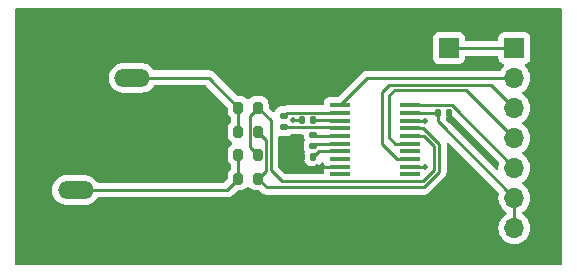
<source format=gbr>
%TF.GenerationSoftware,KiCad,Pcbnew,7.0.7*%
%TF.CreationDate,2023-09-21T17:56:24-04:00*%
%TF.ProjectId,Little_Master_Board,4c697474-6c65-45f4-9d61-737465725f42,rev?*%
%TF.SameCoordinates,Original*%
%TF.FileFunction,Copper,L1,Top*%
%TF.FilePolarity,Positive*%
%FSLAX46Y46*%
G04 Gerber Fmt 4.6, Leading zero omitted, Abs format (unit mm)*
G04 Created by KiCad (PCBNEW 7.0.7) date 2023-09-21 17:56:24*
%MOMM*%
%LPD*%
G01*
G04 APERTURE LIST*
G04 Aperture macros list*
%AMRoundRect*
0 Rectangle with rounded corners*
0 $1 Rounding radius*
0 $2 $3 $4 $5 $6 $7 $8 $9 X,Y pos of 4 corners*
0 Add a 4 corners polygon primitive as box body*
4,1,4,$2,$3,$4,$5,$6,$7,$8,$9,$2,$3,0*
0 Add four circle primitives for the rounded corners*
1,1,$1+$1,$2,$3*
1,1,$1+$1,$4,$5*
1,1,$1+$1,$6,$7*
1,1,$1+$1,$8,$9*
0 Add four rect primitives between the rounded corners*
20,1,$1+$1,$2,$3,$4,$5,0*
20,1,$1+$1,$4,$5,$6,$7,0*
20,1,$1+$1,$6,$7,$8,$9,0*
20,1,$1+$1,$8,$9,$2,$3,0*%
G04 Aperture macros list end*
%TA.AperFunction,SMDPad,CuDef*%
%ADD10RoundRect,0.140000X-0.170000X0.140000X-0.170000X-0.140000X0.170000X-0.140000X0.170000X0.140000X0*%
%TD*%
%TA.AperFunction,SMDPad,CuDef*%
%ADD11R,1.780000X0.420000*%
%TD*%
%TA.AperFunction,ComponentPad*%
%ADD12R,1.700000X1.700000*%
%TD*%
%TA.AperFunction,ComponentPad*%
%ADD13O,1.700000X1.700000*%
%TD*%
%TA.AperFunction,SMDPad,CuDef*%
%ADD14RoundRect,0.140000X0.140000X0.170000X-0.140000X0.170000X-0.140000X-0.170000X0.140000X-0.170000X0*%
%TD*%
%TA.AperFunction,SMDPad,CuDef*%
%ADD15RoundRect,0.140000X-0.140000X-0.170000X0.140000X-0.170000X0.140000X0.170000X-0.140000X0.170000X0*%
%TD*%
%TA.AperFunction,ComponentPad*%
%ADD16O,3.016000X1.508000*%
%TD*%
%TA.AperFunction,ComponentPad*%
%ADD17O,1.508000X3.016000*%
%TD*%
%TA.AperFunction,SMDPad,CuDef*%
%ADD18RoundRect,0.200000X0.200000X0.275000X-0.200000X0.275000X-0.200000X-0.275000X0.200000X-0.275000X0*%
%TD*%
%TA.AperFunction,ViaPad*%
%ADD19C,0.508000*%
%TD*%
%TA.AperFunction,Conductor*%
%ADD20C,0.254000*%
%TD*%
G04 APERTURE END LIST*
D10*
%TO.P,C1,1*%
%TO.N,Net-(U1-C1+)*%
X134466400Y-67310000D03*
%TO.P,C1,2*%
%TO.N,Net-(U1-C1-)*%
X134466400Y-68270000D03*
%TD*%
D11*
%TO.P,U1,1,~{EN}*%
%TO.N,/~{EN}*%
X139220900Y-66431400D03*
%TO.P,U1,2,C1+*%
%TO.N,Net-(U1-C1+)*%
X139220900Y-67081400D03*
%TO.P,U1,3,V+*%
%TO.N,Net-(U1-V+)*%
X139220900Y-67731400D03*
%TO.P,U1,4,C1-*%
%TO.N,Net-(U1-C1-)*%
X139220900Y-68381400D03*
%TO.P,U1,5,C2+*%
%TO.N,Net-(U1-C2+)*%
X139220900Y-69031400D03*
%TO.P,U1,6,C2-*%
%TO.N,Net-(U1-C2-)*%
X139220900Y-69681400D03*
%TO.P,U1,7,V-*%
%TO.N,Net-(U1-V-)*%
X139220900Y-70331400D03*
%TO.P,U1,8,T2OUT*%
%TO.N,unconnected-(U1-T2OUT-Pad8)*%
X139220900Y-70981400D03*
%TO.P,U1,9,R2IN*%
%TO.N,GND*%
X139220900Y-71631400D03*
%TO.P,U1,10,R2OUT*%
%TO.N,unconnected-(U1-R2OUT-Pad10)*%
X139220900Y-72281400D03*
%TO.P,U1,11,N.C._1*%
%TO.N,unconnected-(U1-N.C._1-Pad11)*%
X145160900Y-72281400D03*
%TO.P,U1,12,T2IN*%
%TO.N,GND*%
X145160900Y-71631400D03*
%TO.P,U1,13,T1IN*%
%TO.N,/T1IN*%
X145160900Y-70981400D03*
%TO.P,U1,14,N.C._2*%
%TO.N,unconnected-(U1-N.C._2-Pad14)*%
X145160900Y-70331400D03*
%TO.P,U1,15,R1OUT*%
%TO.N,/R1OUT*%
X145160900Y-69681400D03*
%TO.P,U1,16,R1IN*%
%TO.N,/R1IN*%
X145160900Y-69031400D03*
%TO.P,U1,17,T1OUT*%
%TO.N,/T1OUT*%
X145160900Y-68381400D03*
%TO.P,U1,18,GND*%
%TO.N,GND*%
X145160900Y-67731400D03*
%TO.P,U1,19,VCC*%
%TO.N,VCC*%
X145160900Y-67081400D03*
%TO.P,U1,20,~{SHDN}*%
%TO.N,/~{SHDN}*%
X145160900Y-66431400D03*
%TD*%
D12*
%TO.P,J1,1,Pin_1*%
%TO.N,Net-(J1-Pin_1)*%
X153974800Y-61595000D03*
D13*
%TO.P,J1,2,Pin_2*%
%TO.N,/~{EN}*%
X153974800Y-64135000D03*
%TO.P,J1,3,Pin_3*%
%TO.N,/T1IN*%
X153974800Y-66675000D03*
%TO.P,J1,4,Pin_4*%
%TO.N,/R1OUT*%
X153974800Y-69215000D03*
%TO.P,J1,5,Pin_5*%
%TO.N,/~{SHDN}*%
X153974800Y-71755000D03*
%TO.P,J1,6,Pin_6*%
%TO.N,VCC*%
X153974800Y-74295000D03*
%TO.P,J1,7,Pin_7*%
X153974800Y-76835000D03*
%TO.P,J1,8,Pin_8*%
%TO.N,GND*%
X156514800Y-76835000D03*
%TO.P,J1,9,Pin_9*%
X156514800Y-74295000D03*
%TO.P,J1,10,Pin_10*%
X156514800Y-71755000D03*
%TO.P,J1,11,Pin_11*%
X156514800Y-69215000D03*
%TO.P,J1,12,Pin_12*%
X156514800Y-66675000D03*
%TO.P,J1,13,Pin_13*%
X156514800Y-64135000D03*
%TO.P,J1,14,Pin_14*%
X156514800Y-61595000D03*
%TD*%
D14*
%TO.P,C3,1*%
%TO.N,Net-(U1-V+)*%
X136955600Y-67691000D03*
%TO.P,C3,2*%
%TO.N,GND*%
X135995600Y-67691000D03*
%TD*%
D10*
%TO.P,C2,1*%
%TO.N,Net-(U1-C2+)*%
X136955600Y-68912800D03*
%TO.P,C2,2*%
%TO.N,Net-(U1-C2-)*%
X136955600Y-69872800D03*
%TD*%
D15*
%TO.P,C4,1*%
%TO.N,GND*%
X135995600Y-70789800D03*
%TO.P,C4,2*%
%TO.N,Net-(U1-V-)*%
X136955600Y-70789800D03*
%TD*%
D16*
%TO.P,J3,3,Pin_3*%
%TO.N,Net-(J3-Pin_3)*%
X121634800Y-64113400D03*
%TO.P,J3,2,Pin_2*%
%TO.N,Net-(J3-Pin_2)*%
X116834800Y-73613400D03*
D17*
%TO.P,J3,1,Pin_1*%
%TO.N,GND*%
X113334800Y-69113400D03*
%TD*%
D15*
%TO.P,C5,1*%
%TO.N,VCC*%
X147475000Y-67081400D03*
%TO.P,C5,2*%
%TO.N,GND*%
X148435000Y-67081400D03*
%TD*%
D12*
%TO.P,J2,1,Pin_1*%
%TO.N,Net-(J1-Pin_1)*%
X148417200Y-61569600D03*
D13*
%TO.P,J2,2,Pin_2*%
%TO.N,GND*%
X145877200Y-61569600D03*
%TD*%
D18*
%TO.P,R1,1*%
%TO.N,/T1OUT*%
X132256800Y-72644000D03*
%TO.P,R1,2*%
%TO.N,Net-(J3-Pin_2)*%
X130606800Y-72644000D03*
%TD*%
%TO.P,R3,1*%
%TO.N,/T1OUT*%
X132256800Y-68656200D03*
%TO.P,R3,2*%
%TO.N,Net-(J3-Pin_3)*%
X130606800Y-68656200D03*
%TD*%
%TO.P,R4,1*%
%TO.N,/R1IN*%
X132256800Y-66624200D03*
%TO.P,R4,2*%
%TO.N,Net-(J3-Pin_3)*%
X130606800Y-66624200D03*
%TD*%
%TO.P,R2,2*%
%TO.N,Net-(J3-Pin_2)*%
X130606800Y-70612000D03*
%TO.P,R2,1*%
%TO.N,/R1IN*%
X132256800Y-70612000D03*
%TD*%
D19*
%TO.N,GND*%
X137285800Y-71653400D03*
X148463000Y-67665600D03*
X146431000Y-71631400D03*
X146431000Y-67731400D03*
X135431600Y-70789800D03*
X135253800Y-67691000D03*
%TD*%
D20*
%TO.N,GND*%
X139220900Y-71631400D02*
X137307800Y-71631400D01*
X137307800Y-71631400D02*
X137285800Y-71653400D01*
%TO.N,Net-(U1-C2-)*%
X139220900Y-69681400D02*
X137147000Y-69681400D01*
X137147000Y-69681400D02*
X136955600Y-69872800D01*
%TO.N,Net-(U1-V-)*%
X136955600Y-70789800D02*
X137414000Y-70331400D01*
X137414000Y-70331400D02*
X139220900Y-70331400D01*
%TO.N,/R1IN*%
X132256800Y-66624200D02*
X133342600Y-67710000D01*
X134271800Y-72880000D02*
X146221100Y-72880000D01*
X147167600Y-71933500D02*
X147167600Y-69894100D01*
X133342600Y-67710000D02*
X133342600Y-71950800D01*
X133342600Y-71950800D02*
X134271800Y-72880000D01*
X147167600Y-69894100D02*
X146304900Y-69031400D01*
X146221100Y-72880000D02*
X147167600Y-71933500D01*
X146304900Y-69031400D02*
X145160900Y-69031400D01*
%TO.N,GND*%
X139220900Y-71631400D02*
X138045600Y-71631400D01*
X148435000Y-67081400D02*
X148435000Y-67637600D01*
X148435000Y-67637600D02*
X148463000Y-67665600D01*
%TO.N,/T1OUT*%
X132256800Y-68656200D02*
X132936200Y-69335600D01*
X132936200Y-71964600D02*
X132256800Y-72644000D01*
X132936200Y-69335600D02*
X132936200Y-71964600D01*
%TO.N,/R1IN*%
X132256800Y-66624200D02*
X131577400Y-67303600D01*
X131577400Y-67303600D02*
X131577400Y-69932600D01*
X131577400Y-69932600D02*
X132256800Y-70612000D01*
%TO.N,/T1IN*%
X153974800Y-66675000D02*
X151993600Y-64693800D01*
X151993600Y-64693800D02*
X143383000Y-64693800D01*
X143383000Y-64693800D02*
X142748000Y-65328800D01*
X142748000Y-65328800D02*
X142748000Y-69712500D01*
X142748000Y-69712500D02*
X144016900Y-70981400D01*
X144016900Y-70981400D02*
X145160900Y-70981400D01*
%TO.N,/R1OUT*%
X153974800Y-69215000D02*
X149860000Y-65100200D01*
X149860000Y-65100200D02*
X143840200Y-65100200D01*
X143840200Y-65100200D02*
X143357600Y-65582800D01*
X143357600Y-65582800D02*
X143357600Y-69138800D01*
X143357600Y-69138800D02*
X143900200Y-69681400D01*
X143900200Y-69681400D02*
X145160900Y-69681400D01*
%TO.N,/~{SHDN}*%
X145160900Y-66431400D02*
X148688121Y-66431400D01*
X148688121Y-66431400D02*
X153974800Y-71718079D01*
X153974800Y-71718079D02*
X153974800Y-71755000D01*
%TO.N,/T1OUT*%
X146257800Y-68381400D02*
X147599400Y-69723000D01*
X145160900Y-68381400D02*
X146257800Y-68381400D01*
X147599400Y-69723000D02*
X147599400Y-72076436D01*
X147599400Y-72076436D02*
X146295236Y-73380600D01*
X146295236Y-73380600D02*
X132993400Y-73380600D01*
X132993400Y-73380600D02*
X132256800Y-72644000D01*
%TO.N,VCC*%
X153974800Y-74295000D02*
X153974800Y-76835000D01*
X153974800Y-74295000D02*
X147475000Y-67795200D01*
X147475000Y-67795200D02*
X147475000Y-67081400D01*
X147475000Y-67081400D02*
X145160900Y-67081400D01*
%TO.N,GND*%
X146431000Y-67731400D02*
X145160900Y-67731400D01*
X146431000Y-71631400D02*
X145160900Y-71631400D01*
X135995600Y-70789800D02*
X135431600Y-70789800D01*
%TO.N,Net-(U1-C2+)*%
X138483100Y-69031400D02*
X137074200Y-69031400D01*
X137074200Y-69031400D02*
X136955600Y-68912800D01*
%TO.N,Net-(U1-C1+)*%
X138483100Y-67081400D02*
X134695000Y-67081400D01*
X134695000Y-67081400D02*
X134466400Y-67310000D01*
%TO.N,Net-(U1-C1-)*%
X134466400Y-68270000D02*
X134476800Y-68280400D01*
X134476800Y-68280400D02*
X138382100Y-68280400D01*
X139119900Y-68280400D02*
X139220900Y-68381400D01*
%TO.N,/~{EN}*%
X153974800Y-64135000D02*
X141517300Y-64135000D01*
X141517300Y-64135000D02*
X139220900Y-66431400D01*
%TO.N,Net-(U1-V+)*%
X136955600Y-67691000D02*
X138442700Y-67691000D01*
X139180500Y-67691000D02*
X139220900Y-67731400D01*
%TO.N,GND*%
X135253800Y-67691000D02*
X135995600Y-67691000D01*
%TO.N,Net-(J3-Pin_3)*%
X130606800Y-66624200D02*
X128096000Y-64113400D01*
X128096000Y-64113400D02*
X121634800Y-64113400D01*
X130606800Y-68656200D02*
X130606800Y-66624200D01*
%TO.N,Net-(J3-Pin_2)*%
X130606800Y-70612000D02*
X130606800Y-72644000D01*
X116834800Y-73613400D02*
X129637400Y-73613400D01*
X129637400Y-73613400D02*
X130606800Y-72644000D01*
%TO.N,Net-(J1-Pin_1)*%
X153974800Y-61595000D02*
X148442600Y-61595000D01*
X148442600Y-61595000D02*
X148417200Y-61569600D01*
%TD*%
%TA.AperFunction,Conductor*%
%TO.N,GND*%
G36*
X136088139Y-68927585D02*
G01*
X136133894Y-68980389D01*
X136145100Y-69031900D01*
X136145100Y-69117492D01*
X136147956Y-69153791D01*
X136147957Y-69153797D01*
X136193104Y-69309191D01*
X136193106Y-69309197D01*
X136205220Y-69329680D01*
X136222401Y-69397404D01*
X136205220Y-69455920D01*
X136193106Y-69476402D01*
X136193104Y-69476408D01*
X136147957Y-69631802D01*
X136147956Y-69631808D01*
X136145100Y-69668108D01*
X136145100Y-70077492D01*
X136147956Y-70113791D01*
X136147957Y-70113797D01*
X136193104Y-70269190D01*
X136193104Y-70269191D01*
X136193105Y-70269193D01*
X136193106Y-70269195D01*
X136199724Y-70280386D01*
X136204263Y-70288060D01*
X136221444Y-70355784D01*
X136216606Y-70385775D01*
X136177957Y-70518802D01*
X136177956Y-70518808D01*
X136175100Y-70555108D01*
X136175100Y-71024492D01*
X136177956Y-71060791D01*
X136177957Y-71060797D01*
X136223104Y-71216190D01*
X136223105Y-71216193D01*
X136305481Y-71355484D01*
X136305487Y-71355492D01*
X136419907Y-71469912D01*
X136419911Y-71469915D01*
X136419913Y-71469917D01*
X136559205Y-71552294D01*
X136600187Y-71564200D01*
X136714602Y-71597442D01*
X136714605Y-71597442D01*
X136714607Y-71597443D01*
X136726707Y-71598395D01*
X136750908Y-71600300D01*
X136750910Y-71600300D01*
X137160292Y-71600300D01*
X137178441Y-71598871D01*
X137196593Y-71597443D01*
X137196595Y-71597442D01*
X137196597Y-71597442D01*
X137254212Y-71580703D01*
X137351995Y-71552294D01*
X137491287Y-71469917D01*
X137605717Y-71355487D01*
X137628204Y-71317462D01*
X137679271Y-71269780D01*
X137748013Y-71257274D01*
X137812602Y-71283919D01*
X137851118Y-71337249D01*
X137887103Y-71433730D01*
X137978669Y-71556046D01*
X137975963Y-71558071D01*
X138001611Y-71605042D01*
X137996627Y-71674734D01*
X137976905Y-71705435D01*
X137978668Y-71706755D01*
X137887106Y-71829064D01*
X137887102Y-71829071D01*
X137836808Y-71963917D01*
X137833960Y-71990413D01*
X137830401Y-72023523D01*
X137830400Y-72023535D01*
X137830400Y-72128500D01*
X137810715Y-72195539D01*
X137757911Y-72241294D01*
X137706400Y-72252500D01*
X134583081Y-72252500D01*
X134516042Y-72232815D01*
X134495400Y-72216181D01*
X134006418Y-71727199D01*
X133972933Y-71665876D01*
X133970099Y-71639518D01*
X133970099Y-70341663D01*
X133970099Y-69147333D01*
X133989784Y-69080298D01*
X134042588Y-69034543D01*
X134111746Y-69024599D01*
X134128693Y-69028260D01*
X134195407Y-69047643D01*
X134207507Y-69048595D01*
X134231708Y-69050500D01*
X134231710Y-69050500D01*
X134701092Y-69050500D01*
X134719241Y-69049071D01*
X134737393Y-69047643D01*
X134737395Y-69047642D01*
X134737397Y-69047642D01*
X134804105Y-69028261D01*
X134892795Y-69002494D01*
X134986836Y-68946877D01*
X135023547Y-68925168D01*
X135086668Y-68907900D01*
X136021100Y-68907900D01*
X136088139Y-68927585D01*
G37*
%TD.AperFunction*%
%TA.AperFunction,Conductor*%
G36*
X148460703Y-67091847D02*
G01*
X148467181Y-67097879D01*
X152641766Y-71272464D01*
X152675251Y-71333787D01*
X152673860Y-71392237D01*
X152639739Y-71519583D01*
X152639736Y-71519596D01*
X152618669Y-71760394D01*
X152616886Y-71760238D01*
X152599456Y-71819599D01*
X152546652Y-71865354D01*
X152477494Y-71875298D01*
X152413938Y-71846273D01*
X152407460Y-71840241D01*
X148226274Y-67659055D01*
X148192789Y-67597732D01*
X148197773Y-67528040D01*
X148207223Y-67508253D01*
X148207494Y-67507795D01*
X148252643Y-67352393D01*
X148255500Y-67316090D01*
X148255500Y-67185559D01*
X148275185Y-67118521D01*
X148327989Y-67072766D01*
X148397147Y-67062822D01*
X148460703Y-67091847D01*
G37*
%TD.AperFunction*%
%TA.AperFunction,Conductor*%
G36*
X157930539Y-58236985D02*
G01*
X157976294Y-58289789D01*
X157987500Y-58341300D01*
X157987500Y-79834700D01*
X157967815Y-79901739D01*
X157915011Y-79947494D01*
X157863500Y-79958700D01*
X111833700Y-79958700D01*
X111766661Y-79939015D01*
X111720906Y-79886211D01*
X111709700Y-79834700D01*
X111709700Y-73669906D01*
X114822496Y-73669906D01*
X114822497Y-73669910D01*
X114852809Y-73893681D01*
X114852810Y-73893684D01*
X114922589Y-74108444D01*
X115029594Y-74307291D01*
X115029596Y-74307294D01*
X115170386Y-74483839D01*
X115340439Y-74632411D01*
X115340440Y-74632412D01*
X115340443Y-74632414D01*
X115534293Y-74748234D01*
X115745707Y-74827580D01*
X115745708Y-74827580D01*
X115967890Y-74867900D01*
X115967893Y-74867900D01*
X117645137Y-74867900D01*
X117645143Y-74867900D01*
X117803243Y-74853670D01*
X117813706Y-74852729D01*
X118031370Y-74792658D01*
X118031375Y-74792655D01*
X118031382Y-74792654D01*
X118234833Y-74694677D01*
X118417521Y-74561947D01*
X118573572Y-74398730D01*
X118640994Y-74296589D01*
X118694355Y-74251484D01*
X118744482Y-74240900D01*
X129554433Y-74240900D01*
X129570081Y-74242627D01*
X129570108Y-74242346D01*
X129577875Y-74243080D01*
X129577876Y-74243079D01*
X129577877Y-74243080D01*
X129647260Y-74240900D01*
X129676876Y-74240900D01*
X129683778Y-74240027D01*
X129689590Y-74239569D01*
X129736343Y-74238101D01*
X129755672Y-74232484D01*
X129774728Y-74228537D01*
X129794693Y-74226016D01*
X129838170Y-74208801D01*
X129843676Y-74206916D01*
X129888591Y-74193868D01*
X129905915Y-74183621D01*
X129923383Y-74175063D01*
X129942103Y-74167653D01*
X129979942Y-74140159D01*
X129984791Y-74136974D01*
X130025056Y-74113163D01*
X130039297Y-74098920D01*
X130054078Y-74086297D01*
X130070367Y-74074463D01*
X130070369Y-74074459D01*
X130070371Y-74074459D01*
X130082676Y-74059583D01*
X130100176Y-74038428D01*
X130104089Y-74034128D01*
X130482399Y-73655819D01*
X130543723Y-73622334D01*
X130570081Y-73619500D01*
X130863413Y-73619500D01*
X130863416Y-73619500D01*
X130933996Y-73613086D01*
X131096406Y-73562478D01*
X131241985Y-73474472D01*
X131292860Y-73423597D01*
X131344119Y-73372339D01*
X131405442Y-73338854D01*
X131475134Y-73343838D01*
X131519481Y-73372339D01*
X131621611Y-73474469D01*
X131621613Y-73474470D01*
X131621615Y-73474472D01*
X131767194Y-73562478D01*
X131929604Y-73613086D01*
X132000184Y-73619500D01*
X132293519Y-73619500D01*
X132360558Y-73639185D01*
X132381200Y-73655819D01*
X132491024Y-73765643D01*
X132500871Y-73777933D01*
X132501089Y-73777754D01*
X132506057Y-73783760D01*
X132556657Y-73831277D01*
X132577601Y-73852220D01*
X132577607Y-73852226D01*
X132583097Y-73856483D01*
X132587548Y-73860284D01*
X132621635Y-73892295D01*
X132621637Y-73892296D01*
X132639267Y-73901987D01*
X132655535Y-73912672D01*
X132671438Y-73925008D01*
X132714345Y-73943575D01*
X132719581Y-73946139D01*
X132744489Y-73959833D01*
X132760558Y-73968668D01*
X132760560Y-73968669D01*
X132760566Y-73968672D01*
X132779640Y-73973569D01*
X132780060Y-73973677D01*
X132798464Y-73979977D01*
X132816942Y-73987974D01*
X132860438Y-73994862D01*
X132863124Y-73995288D01*
X132868829Y-73996469D01*
X132914128Y-74008100D01*
X132934258Y-74008100D01*
X132953657Y-74009627D01*
X132973533Y-74012775D01*
X133016179Y-74008743D01*
X133020079Y-74008375D01*
X133025917Y-74008100D01*
X146212269Y-74008100D01*
X146227917Y-74009827D01*
X146227944Y-74009546D01*
X146235711Y-74010280D01*
X146235712Y-74010279D01*
X146235713Y-74010280D01*
X146305096Y-74008100D01*
X146334712Y-74008100D01*
X146341614Y-74007227D01*
X146347426Y-74006769D01*
X146394179Y-74005301D01*
X146413508Y-73999684D01*
X146432564Y-73995737D01*
X146452529Y-73993216D01*
X146496006Y-73976001D01*
X146501512Y-73974116D01*
X146546427Y-73961068D01*
X146563751Y-73950821D01*
X146581219Y-73942263D01*
X146599939Y-73934853D01*
X146637778Y-73907359D01*
X146642627Y-73904174D01*
X146682892Y-73880363D01*
X146697133Y-73866120D01*
X146711914Y-73853497D01*
X146728203Y-73841663D01*
X146728205Y-73841659D01*
X146728207Y-73841659D01*
X146740081Y-73827303D01*
X146758012Y-73805628D01*
X146761925Y-73801328D01*
X147984443Y-72578810D01*
X147996725Y-72568973D01*
X147996544Y-72568754D01*
X148002552Y-72563782D01*
X148002562Y-72563776D01*
X148050077Y-72513177D01*
X148071023Y-72492232D01*
X148075292Y-72486726D01*
X148079076Y-72482295D01*
X148111093Y-72448203D01*
X148120789Y-72430564D01*
X148131473Y-72414297D01*
X148143808Y-72398398D01*
X148162378Y-72355482D01*
X148164934Y-72350263D01*
X148187472Y-72309270D01*
X148192478Y-72289770D01*
X148198782Y-72271360D01*
X148206770Y-72252901D01*
X148206773Y-72252895D01*
X148212194Y-72218664D01*
X148214087Y-72206716D01*
X148215268Y-72201006D01*
X148226900Y-72155708D01*
X148226900Y-72135571D01*
X148228427Y-72116171D01*
X148231574Y-72096303D01*
X148227175Y-72049765D01*
X148226900Y-72043927D01*
X148226900Y-69805964D01*
X148228628Y-69790313D01*
X148228346Y-69790287D01*
X148229080Y-69782524D01*
X148227697Y-69738511D01*
X148245267Y-69670887D01*
X148296607Y-69623496D01*
X148365420Y-69611385D01*
X148429855Y-69638400D01*
X148439317Y-69646936D01*
X152633964Y-73841583D01*
X152667449Y-73902906D01*
X152666058Y-73961356D01*
X152639739Y-74059583D01*
X152639736Y-74059596D01*
X152619141Y-74294999D01*
X152619141Y-74295000D01*
X152639736Y-74530403D01*
X152639738Y-74530413D01*
X152700894Y-74758655D01*
X152700896Y-74758659D01*
X152700897Y-74758663D01*
X152733034Y-74827580D01*
X152800765Y-74972830D01*
X152800767Y-74972834D01*
X152936301Y-75166395D01*
X152936306Y-75166402D01*
X153103397Y-75333493D01*
X153103403Y-75333498D01*
X153288958Y-75463425D01*
X153332583Y-75518002D01*
X153339777Y-75587500D01*
X153308254Y-75649855D01*
X153288958Y-75666575D01*
X153103397Y-75796505D01*
X152936305Y-75963597D01*
X152800765Y-76157169D01*
X152800764Y-76157171D01*
X152700898Y-76371335D01*
X152700894Y-76371344D01*
X152639738Y-76599586D01*
X152639736Y-76599596D01*
X152619141Y-76834999D01*
X152619141Y-76835000D01*
X152639736Y-77070403D01*
X152639738Y-77070413D01*
X152700894Y-77298655D01*
X152700896Y-77298659D01*
X152700897Y-77298663D01*
X152800764Y-77512829D01*
X152800765Y-77512830D01*
X152800767Y-77512834D01*
X152909081Y-77667521D01*
X152936305Y-77706401D01*
X153103399Y-77873495D01*
X153200184Y-77941264D01*
X153296965Y-78009032D01*
X153296967Y-78009033D01*
X153296970Y-78009035D01*
X153511137Y-78108903D01*
X153739392Y-78170063D01*
X153927718Y-78186539D01*
X153974799Y-78190659D01*
X153974800Y-78190659D01*
X153974801Y-78190659D01*
X154014034Y-78187226D01*
X154210208Y-78170063D01*
X154438463Y-78108903D01*
X154652630Y-78009035D01*
X154846201Y-77873495D01*
X155013295Y-77706401D01*
X155148835Y-77512830D01*
X155248703Y-77298663D01*
X155309863Y-77070408D01*
X155330459Y-76835000D01*
X155309863Y-76599592D01*
X155248703Y-76371337D01*
X155148835Y-76157171D01*
X155013295Y-75963599D01*
X155013294Y-75963597D01*
X154846202Y-75796506D01*
X154846196Y-75796501D01*
X154660642Y-75666575D01*
X154617017Y-75611998D01*
X154609823Y-75542500D01*
X154641346Y-75480145D01*
X154660642Y-75463425D01*
X154682826Y-75447891D01*
X154846201Y-75333495D01*
X155013295Y-75166401D01*
X155148835Y-74972830D01*
X155248703Y-74758663D01*
X155309863Y-74530408D01*
X155330459Y-74295000D01*
X155309863Y-74059592D01*
X155248703Y-73831337D01*
X155148835Y-73617171D01*
X155048915Y-73474469D01*
X155013294Y-73423597D01*
X154846202Y-73256506D01*
X154846196Y-73256501D01*
X154660642Y-73126575D01*
X154617017Y-73071998D01*
X154609823Y-73002500D01*
X154641346Y-72940145D01*
X154660642Y-72923425D01*
X154796821Y-72828071D01*
X154846201Y-72793495D01*
X155013295Y-72626401D01*
X155148835Y-72432830D01*
X155248703Y-72218663D01*
X155309863Y-71990408D01*
X155330459Y-71755000D01*
X155309863Y-71519592D01*
X155255704Y-71317464D01*
X155248705Y-71291344D01*
X155248704Y-71291343D01*
X155248703Y-71291337D01*
X155148835Y-71077171D01*
X155066022Y-70958900D01*
X155013294Y-70883597D01*
X154846202Y-70716506D01*
X154846196Y-70716501D01*
X154660642Y-70586575D01*
X154617017Y-70531998D01*
X154609823Y-70462500D01*
X154641346Y-70400145D01*
X154660642Y-70383425D01*
X154796837Y-70288060D01*
X154846201Y-70253495D01*
X155013295Y-70086401D01*
X155148835Y-69892830D01*
X155248703Y-69678663D01*
X155309863Y-69450408D01*
X155330459Y-69215000D01*
X155309863Y-68979592D01*
X155248703Y-68751337D01*
X155148835Y-68537171D01*
X155013295Y-68343599D01*
X155013294Y-68343597D01*
X154846202Y-68176506D01*
X154846196Y-68176501D01*
X154660642Y-68046575D01*
X154617017Y-67991998D01*
X154609823Y-67922500D01*
X154641346Y-67860145D01*
X154660642Y-67843425D01*
X154779579Y-67760144D01*
X154846201Y-67713495D01*
X155013295Y-67546401D01*
X155148835Y-67352830D01*
X155248703Y-67138663D01*
X155309863Y-66910408D01*
X155330459Y-66675000D01*
X155330336Y-66673599D01*
X155316967Y-66520786D01*
X155309863Y-66439592D01*
X155248703Y-66211337D01*
X155148835Y-65997171D01*
X155142679Y-65988378D01*
X155013294Y-65803597D01*
X154846202Y-65636506D01*
X154846196Y-65636501D01*
X154660642Y-65506575D01*
X154617017Y-65451998D01*
X154609823Y-65382500D01*
X154641346Y-65320145D01*
X154660642Y-65303425D01*
X154708866Y-65269658D01*
X154846201Y-65173495D01*
X155013295Y-65006401D01*
X155148835Y-64812830D01*
X155248703Y-64598663D01*
X155309863Y-64370408D01*
X155330459Y-64135000D01*
X155309863Y-63899592D01*
X155260737Y-63716249D01*
X155248705Y-63671344D01*
X155248704Y-63671343D01*
X155248703Y-63671337D01*
X155148835Y-63457171D01*
X155125718Y-63424157D01*
X155013296Y-63263600D01*
X154992654Y-63242958D01*
X154891367Y-63141671D01*
X154857884Y-63080351D01*
X154862868Y-63010659D01*
X154904739Y-62954725D01*
X154935715Y-62937810D01*
X155067131Y-62888796D01*
X155182346Y-62802546D01*
X155268596Y-62687331D01*
X155318891Y-62552483D01*
X155325300Y-62492873D01*
X155325299Y-60697128D01*
X155318891Y-60637517D01*
X155309417Y-60612117D01*
X155268597Y-60502671D01*
X155268593Y-60502664D01*
X155182347Y-60387455D01*
X155182344Y-60387452D01*
X155067135Y-60301206D01*
X155067128Y-60301202D01*
X154932282Y-60250908D01*
X154932283Y-60250908D01*
X154872683Y-60244501D01*
X154872681Y-60244500D01*
X154872673Y-60244500D01*
X154872664Y-60244500D01*
X153076929Y-60244500D01*
X153076923Y-60244501D01*
X153017316Y-60250908D01*
X152882471Y-60301202D01*
X152882464Y-60301206D01*
X152767255Y-60387452D01*
X152767252Y-60387455D01*
X152681006Y-60502664D01*
X152681002Y-60502671D01*
X152630708Y-60637517D01*
X152627030Y-60671735D01*
X152624301Y-60697123D01*
X152624300Y-60697135D01*
X152624300Y-60843500D01*
X152604615Y-60910539D01*
X152551811Y-60956294D01*
X152500300Y-60967500D01*
X149891699Y-60967500D01*
X149824660Y-60947815D01*
X149778905Y-60895011D01*
X149767699Y-60843500D01*
X149767699Y-60671729D01*
X149767698Y-60671723D01*
X149767697Y-60671716D01*
X149761291Y-60612117D01*
X149720470Y-60502671D01*
X149710997Y-60477271D01*
X149710993Y-60477264D01*
X149624747Y-60362055D01*
X149624744Y-60362052D01*
X149509535Y-60275806D01*
X149509528Y-60275802D01*
X149374682Y-60225508D01*
X149374683Y-60225508D01*
X149315083Y-60219101D01*
X149315081Y-60219100D01*
X149315073Y-60219100D01*
X149315064Y-60219100D01*
X147519329Y-60219100D01*
X147519323Y-60219101D01*
X147459716Y-60225508D01*
X147324871Y-60275802D01*
X147324864Y-60275806D01*
X147209655Y-60362052D01*
X147209652Y-60362055D01*
X147123406Y-60477264D01*
X147123402Y-60477271D01*
X147073108Y-60612117D01*
X147066701Y-60671716D01*
X147066701Y-60671723D01*
X147066700Y-60671735D01*
X147066700Y-62467470D01*
X147066701Y-62467476D01*
X147073108Y-62527083D01*
X147123402Y-62661928D01*
X147123406Y-62661935D01*
X147209652Y-62777144D01*
X147209655Y-62777147D01*
X147324864Y-62863393D01*
X147324871Y-62863397D01*
X147459717Y-62913691D01*
X147459716Y-62913691D01*
X147466644Y-62914435D01*
X147519327Y-62920100D01*
X149315072Y-62920099D01*
X149374683Y-62913691D01*
X149509531Y-62863396D01*
X149624746Y-62777146D01*
X149710996Y-62661931D01*
X149761291Y-62527083D01*
X149767700Y-62467473D01*
X149767700Y-62346500D01*
X149787385Y-62279461D01*
X149840189Y-62233706D01*
X149891700Y-62222500D01*
X152500301Y-62222500D01*
X152567340Y-62242185D01*
X152613095Y-62294989D01*
X152624301Y-62346500D01*
X152624301Y-62492876D01*
X152630708Y-62552483D01*
X152681002Y-62687328D01*
X152681006Y-62687335D01*
X152767252Y-62802544D01*
X152767255Y-62802547D01*
X152882464Y-62888793D01*
X152882471Y-62888797D01*
X153013881Y-62937810D01*
X153069815Y-62979681D01*
X153094232Y-63045145D01*
X153079380Y-63113418D01*
X153058230Y-63141673D01*
X152936303Y-63263600D01*
X152802549Y-63454623D01*
X152747972Y-63498248D01*
X152700974Y-63507500D01*
X141600267Y-63507500D01*
X141584618Y-63505772D01*
X141584592Y-63506054D01*
X141576824Y-63505319D01*
X141507440Y-63507500D01*
X141477822Y-63507500D01*
X141470918Y-63508371D01*
X141465100Y-63508829D01*
X141418357Y-63510298D01*
X141399013Y-63515918D01*
X141379969Y-63519862D01*
X141377009Y-63520235D01*
X141360007Y-63522384D01*
X141360003Y-63522385D01*
X141360000Y-63522386D01*
X141316535Y-63539594D01*
X141311010Y-63541485D01*
X141266109Y-63554531D01*
X141266106Y-63554533D01*
X141248780Y-63564779D01*
X141231310Y-63573337D01*
X141212598Y-63580745D01*
X141174763Y-63608233D01*
X141169880Y-63611440D01*
X141129646Y-63635234D01*
X141115406Y-63649474D01*
X141100620Y-63662102D01*
X141084333Y-63673936D01*
X141084332Y-63673936D01*
X141054527Y-63709963D01*
X141050595Y-63714285D01*
X139080298Y-65684581D01*
X139018975Y-65718066D01*
X138992617Y-65720900D01*
X138283029Y-65720900D01*
X138283023Y-65720901D01*
X138223416Y-65727308D01*
X138088571Y-65777602D01*
X138088564Y-65777606D01*
X137973355Y-65863852D01*
X137973352Y-65863855D01*
X137887106Y-65979064D01*
X137887102Y-65979071D01*
X137836810Y-66113913D01*
X137836809Y-66113917D01*
X137830400Y-66173527D01*
X137830400Y-66292586D01*
X137830401Y-66329899D01*
X137810717Y-66396939D01*
X137757913Y-66442694D01*
X137706401Y-66453900D01*
X134777967Y-66453900D01*
X134762319Y-66452172D01*
X134762293Y-66452454D01*
X134754525Y-66451719D01*
X134685154Y-66453900D01*
X134655521Y-66453900D01*
X134648607Y-66454773D01*
X134642790Y-66455230D01*
X134596058Y-66456699D01*
X134596054Y-66456700D01*
X134576722Y-66462316D01*
X134557682Y-66466259D01*
X134537712Y-66468782D01*
X134537708Y-66468783D01*
X134494237Y-66485994D01*
X134488710Y-66487886D01*
X134443812Y-66500930D01*
X134443810Y-66500931D01*
X134426480Y-66511180D01*
X134409029Y-66519730D01*
X134406361Y-66520786D01*
X134360701Y-66529500D01*
X134231708Y-66529500D01*
X134195408Y-66532356D01*
X134195402Y-66532357D01*
X134040009Y-66577504D01*
X134040006Y-66577505D01*
X133900715Y-66659881D01*
X133900707Y-66659887D01*
X133786287Y-66774307D01*
X133786281Y-66774315D01*
X133703905Y-66913606D01*
X133703905Y-66913607D01*
X133701554Y-66921698D01*
X133663944Y-66980582D01*
X133600470Y-67009785D01*
X133531284Y-67000035D01*
X133494798Y-66974778D01*
X133193619Y-66673599D01*
X133160134Y-66612276D01*
X133157300Y-66585918D01*
X133157300Y-66292586D01*
X133157300Y-66292584D01*
X133150886Y-66222004D01*
X133100278Y-66059594D01*
X133012272Y-65914015D01*
X133012270Y-65914013D01*
X133012269Y-65914011D01*
X132891988Y-65793730D01*
X132842840Y-65764019D01*
X132746406Y-65705722D01*
X132583996Y-65655114D01*
X132583994Y-65655113D01*
X132583992Y-65655113D01*
X132534578Y-65650623D01*
X132513416Y-65648700D01*
X132000184Y-65648700D01*
X131980945Y-65650448D01*
X131929607Y-65655113D01*
X131767193Y-65705722D01*
X131621613Y-65793729D01*
X131519480Y-65895862D01*
X131458157Y-65929346D01*
X131388465Y-65924362D01*
X131344119Y-65895862D01*
X131241985Y-65793728D01*
X131096406Y-65705722D01*
X130933996Y-65655114D01*
X130933994Y-65655113D01*
X130933992Y-65655113D01*
X130884578Y-65650623D01*
X130863416Y-65648700D01*
X130863413Y-65648700D01*
X130570081Y-65648700D01*
X130503042Y-65629015D01*
X130482400Y-65612381D01*
X128598376Y-63728357D01*
X128588531Y-63716068D01*
X128588313Y-63716249D01*
X128583340Y-63710238D01*
X128583047Y-63709963D01*
X128532741Y-63662722D01*
X128519493Y-63649474D01*
X128511797Y-63641777D01*
X128506296Y-63637511D01*
X128501848Y-63633712D01*
X128467768Y-63601708D01*
X128467763Y-63601704D01*
X128450122Y-63592006D01*
X128433857Y-63581322D01*
X128433113Y-63580745D01*
X128417962Y-63568992D01*
X128402804Y-63562432D01*
X128375054Y-63550423D01*
X128369807Y-63547853D01*
X128328837Y-63525329D01*
X128328828Y-63525326D01*
X128309334Y-63520320D01*
X128290933Y-63514020D01*
X128272459Y-63506026D01*
X128272452Y-63506024D01*
X128226287Y-63498713D01*
X128220563Y-63497528D01*
X128175279Y-63485900D01*
X128175272Y-63485900D01*
X128155142Y-63485900D01*
X128135743Y-63484373D01*
X128115868Y-63481225D01*
X128115867Y-63481225D01*
X128069321Y-63485625D01*
X128063483Y-63485900D01*
X123549819Y-63485900D01*
X123482780Y-63466215D01*
X123443563Y-63423834D01*
X123443074Y-63424157D01*
X123441112Y-63421185D01*
X123440626Y-63420660D01*
X123440010Y-63419516D01*
X123440003Y-63419505D01*
X123299213Y-63242960D01*
X123129160Y-63094388D01*
X123024946Y-63032123D01*
X122935307Y-62978566D01*
X122816954Y-62934147D01*
X122723891Y-62899219D01*
X122501710Y-62858900D01*
X122501707Y-62858900D01*
X120824457Y-62858900D01*
X120793071Y-62861724D01*
X120655893Y-62874070D01*
X120438229Y-62934141D01*
X120438214Y-62934147D01*
X120234773Y-63032119D01*
X120234765Y-63032123D01*
X120052084Y-63164848D01*
X120052082Y-63164849D01*
X119896026Y-63328071D01*
X119771628Y-63516525D01*
X119735220Y-63601707D01*
X119686341Y-63716068D01*
X119682877Y-63724172D01*
X119682875Y-63724178D01*
X119632628Y-63944322D01*
X119632628Y-63944326D01*
X119622496Y-64169906D01*
X119622497Y-64169910D01*
X119652809Y-64393681D01*
X119652810Y-64393684D01*
X119722589Y-64608444D01*
X119829594Y-64807291D01*
X119829596Y-64807294D01*
X119970386Y-64983839D01*
X119970388Y-64983840D01*
X119970389Y-64983842D01*
X119996710Y-65006838D01*
X120140439Y-65132411D01*
X120140440Y-65132412D01*
X120140443Y-65132414D01*
X120334293Y-65248234D01*
X120525898Y-65320145D01*
X120545708Y-65327580D01*
X120767890Y-65367900D01*
X120767893Y-65367900D01*
X122445137Y-65367900D01*
X122445143Y-65367900D01*
X122603243Y-65353670D01*
X122613706Y-65352729D01*
X122831370Y-65292658D01*
X122831375Y-65292655D01*
X122831382Y-65292654D01*
X123034833Y-65194677D01*
X123217521Y-65061947D01*
X123373572Y-64898730D01*
X123440994Y-64796589D01*
X123494355Y-64751484D01*
X123544482Y-64740900D01*
X127784719Y-64740900D01*
X127851758Y-64760585D01*
X127872399Y-64777219D01*
X129669982Y-66574801D01*
X129703466Y-66636122D01*
X129706300Y-66662480D01*
X129706300Y-66955813D01*
X129712713Y-67026392D01*
X129712713Y-67026394D01*
X129712714Y-67026396D01*
X129763322Y-67188806D01*
X129840269Y-67316092D01*
X129851330Y-67334388D01*
X129942981Y-67426039D01*
X129976466Y-67487362D01*
X129979300Y-67513720D01*
X129979300Y-67766680D01*
X129959615Y-67833719D01*
X129942981Y-67854361D01*
X129851331Y-67946010D01*
X129851330Y-67946011D01*
X129763322Y-68091593D01*
X129712713Y-68254007D01*
X129706300Y-68324586D01*
X129706300Y-68987813D01*
X129712713Y-69058392D01*
X129712713Y-69058394D01*
X129712714Y-69058396D01*
X129763322Y-69220806D01*
X129816756Y-69309197D01*
X129851330Y-69366388D01*
X129971611Y-69486669D01*
X129971613Y-69486670D01*
X129971615Y-69486672D01*
X130039952Y-69527983D01*
X130087140Y-69579511D01*
X130098978Y-69648371D01*
X130071709Y-69712699D01*
X130039953Y-69740215D01*
X130020500Y-69751976D01*
X129971611Y-69781530D01*
X129851330Y-69901811D01*
X129763322Y-70047393D01*
X129712713Y-70209807D01*
X129706300Y-70280386D01*
X129706300Y-70943613D01*
X129712713Y-71014192D01*
X129712713Y-71014194D01*
X129712714Y-71014196D01*
X129763322Y-71176606D01*
X129845072Y-71311837D01*
X129851330Y-71322188D01*
X129942981Y-71413839D01*
X129976466Y-71475162D01*
X129979300Y-71501520D01*
X129979300Y-71754480D01*
X129959615Y-71821519D01*
X129942981Y-71842161D01*
X129851331Y-71933810D01*
X129851330Y-71933811D01*
X129763322Y-72079393D01*
X129712713Y-72241807D01*
X129706299Y-72312387D01*
X129706299Y-72605718D01*
X129686614Y-72672758D01*
X129669980Y-72693399D01*
X129413798Y-72949582D01*
X129352478Y-72983066D01*
X129326119Y-72985900D01*
X118749819Y-72985900D01*
X118682780Y-72966215D01*
X118643563Y-72923834D01*
X118643074Y-72924157D01*
X118641112Y-72921185D01*
X118640626Y-72920660D01*
X118640010Y-72919516D01*
X118640003Y-72919505D01*
X118499213Y-72742960D01*
X118329160Y-72594388D01*
X118329157Y-72594386D01*
X118135307Y-72478566D01*
X118016954Y-72434147D01*
X117923891Y-72399219D01*
X117701710Y-72358900D01*
X117701707Y-72358900D01*
X116024457Y-72358900D01*
X115993071Y-72361724D01*
X115855893Y-72374070D01*
X115638229Y-72434141D01*
X115638214Y-72434147D01*
X115434773Y-72532119D01*
X115434765Y-72532123D01*
X115252084Y-72664848D01*
X115252082Y-72664849D01*
X115096026Y-72828071D01*
X114971628Y-73016525D01*
X114882877Y-73224172D01*
X114882875Y-73224178D01*
X114832628Y-73444322D01*
X114832628Y-73444326D01*
X114822496Y-73669906D01*
X111709700Y-73669906D01*
X111709700Y-58341300D01*
X111729385Y-58274261D01*
X111782189Y-58228506D01*
X111833700Y-58217300D01*
X157863500Y-58217300D01*
X157930539Y-58236985D01*
G37*
%TD.AperFunction*%
%TD*%
M02*

</source>
